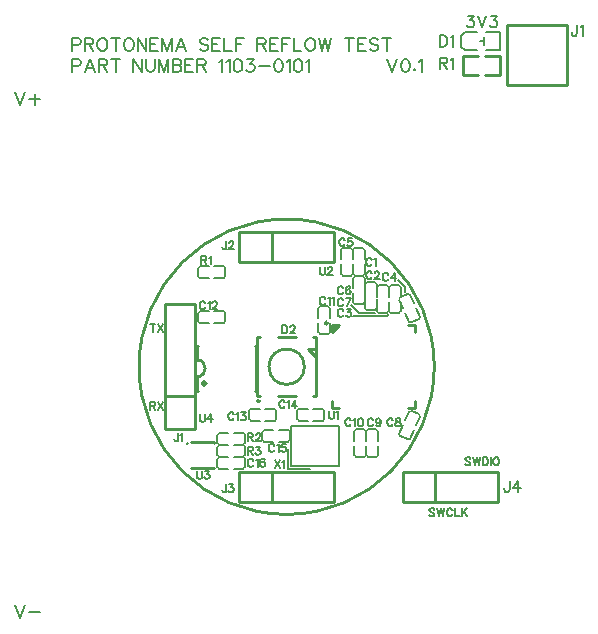
<source format=gto>
G04 Layer: TopSilkscreenLayer*
G04 Panelize: , Column: 2, Row: 2, Board Size: 58.42mm x 58.42mm, Panelized Board Size: 118.84mm x 118.84mm*
G04 EasyEDA v6.5.34, 2023-09-08 22:52:23*
G04 25f9ab1a57db4546acea81688240381b,5a6b42c53f6a479593ecc07194224c93,10*
G04 Gerber Generator version 0.2*
G04 Scale: 100 percent, Rotated: No, Reflected: No *
G04 Dimensions in millimeters *
G04 leading zeros omitted , absolute positions ,4 integer and 5 decimal *
%FSLAX45Y45*%
%MOMM*%

%ADD10C,0.1524*%
%ADD11C,0.1270*%
%ADD12C,0.2540*%
%ADD13C,0.1500*%
%ADD14C,0.3000*%
%ADD15C,0.0124*%

%LPD*%
D10*
X762000Y5423915D02*
G01*
X762000Y5314950D01*
X762000Y5423915D02*
G01*
X808736Y5423915D01*
X824229Y5418836D01*
X829563Y5413502D01*
X834644Y5403087D01*
X834644Y5387594D01*
X829563Y5377179D01*
X824229Y5372100D01*
X808736Y5366765D01*
X762000Y5366765D01*
X910589Y5423915D02*
G01*
X868934Y5314950D01*
X910589Y5423915D02*
G01*
X952245Y5314950D01*
X884681Y5351271D02*
G01*
X936497Y5351271D01*
X986536Y5423915D02*
G01*
X986536Y5314950D01*
X986536Y5423915D02*
G01*
X1033271Y5423915D01*
X1048765Y5418836D01*
X1054100Y5413502D01*
X1059179Y5403087D01*
X1059179Y5392673D01*
X1054100Y5382260D01*
X1048765Y5377179D01*
X1033271Y5372100D01*
X986536Y5372100D01*
X1022857Y5372100D02*
G01*
X1059179Y5314950D01*
X1129792Y5423915D02*
G01*
X1129792Y5314950D01*
X1093470Y5423915D02*
G01*
X1166113Y5423915D01*
X1280413Y5423915D02*
G01*
X1280413Y5314950D01*
X1280413Y5423915D02*
G01*
X1353312Y5314950D01*
X1353312Y5423915D02*
G01*
X1353312Y5314950D01*
X1387602Y5423915D02*
G01*
X1387602Y5345937D01*
X1392681Y5330444D01*
X1403095Y5320029D01*
X1418589Y5314950D01*
X1429004Y5314950D01*
X1444752Y5320029D01*
X1455165Y5330444D01*
X1460245Y5345937D01*
X1460245Y5423915D01*
X1494536Y5423915D02*
G01*
X1494536Y5314950D01*
X1494536Y5423915D02*
G01*
X1536192Y5314950D01*
X1577594Y5423915D02*
G01*
X1536192Y5314950D01*
X1577594Y5423915D02*
G01*
X1577594Y5314950D01*
X1611884Y5423915D02*
G01*
X1611884Y5314950D01*
X1611884Y5423915D02*
G01*
X1658620Y5423915D01*
X1674368Y5418836D01*
X1679447Y5413502D01*
X1684781Y5403087D01*
X1684781Y5392673D01*
X1679447Y5382260D01*
X1674368Y5377179D01*
X1658620Y5372100D01*
X1611884Y5372100D02*
G01*
X1658620Y5372100D01*
X1674368Y5366765D01*
X1679447Y5361686D01*
X1684781Y5351271D01*
X1684781Y5335523D01*
X1679447Y5325110D01*
X1674368Y5320029D01*
X1658620Y5314950D01*
X1611884Y5314950D01*
X1719071Y5423915D02*
G01*
X1719071Y5314950D01*
X1719071Y5423915D02*
G01*
X1786636Y5423915D01*
X1719071Y5372100D02*
G01*
X1760473Y5372100D01*
X1719071Y5314950D02*
G01*
X1786636Y5314950D01*
X1820926Y5423915D02*
G01*
X1820926Y5314950D01*
X1820926Y5423915D02*
G01*
X1867662Y5423915D01*
X1883155Y5418836D01*
X1888489Y5413502D01*
X1893570Y5403087D01*
X1893570Y5392673D01*
X1888489Y5382260D01*
X1883155Y5377179D01*
X1867662Y5372100D01*
X1820926Y5372100D01*
X1857247Y5372100D02*
G01*
X1893570Y5314950D01*
X2007870Y5403087D02*
G01*
X2018284Y5408421D01*
X2033777Y5423915D01*
X2033777Y5314950D01*
X2068068Y5403087D02*
G01*
X2078481Y5408421D01*
X2094229Y5423915D01*
X2094229Y5314950D01*
X2159508Y5423915D02*
G01*
X2144013Y5418836D01*
X2133600Y5403087D01*
X2128520Y5377179D01*
X2128520Y5361686D01*
X2133600Y5335523D01*
X2144013Y5320029D01*
X2159508Y5314950D01*
X2169922Y5314950D01*
X2185670Y5320029D01*
X2195829Y5335523D01*
X2201163Y5361686D01*
X2201163Y5377179D01*
X2195829Y5403087D01*
X2185670Y5418836D01*
X2169922Y5423915D01*
X2159508Y5423915D01*
X2245868Y5423915D02*
G01*
X2303018Y5423915D01*
X2271775Y5382260D01*
X2287270Y5382260D01*
X2297684Y5377179D01*
X2303018Y5372100D01*
X2308097Y5356352D01*
X2308097Y5345937D01*
X2303018Y5330444D01*
X2292604Y5320029D01*
X2277109Y5314950D01*
X2261361Y5314950D01*
X2245868Y5320029D01*
X2240534Y5325110D01*
X2235454Y5335523D01*
X2342388Y5361686D02*
G01*
X2435859Y5361686D01*
X2501391Y5423915D02*
G01*
X2485897Y5418836D01*
X2475484Y5403087D01*
X2470150Y5377179D01*
X2470150Y5361686D01*
X2475484Y5335523D01*
X2485897Y5320029D01*
X2501391Y5314950D01*
X2511806Y5314950D01*
X2527300Y5320029D01*
X2537713Y5335523D01*
X2543047Y5361686D01*
X2543047Y5377179D01*
X2537713Y5403087D01*
X2527300Y5418836D01*
X2511806Y5423915D01*
X2501391Y5423915D01*
X2577338Y5403087D02*
G01*
X2587752Y5408421D01*
X2603245Y5423915D01*
X2603245Y5314950D01*
X2668777Y5423915D02*
G01*
X2653029Y5418836D01*
X2642870Y5403087D01*
X2637536Y5377179D01*
X2637536Y5361686D01*
X2642870Y5335523D01*
X2653029Y5320029D01*
X2668777Y5314950D01*
X2679191Y5314950D01*
X2694686Y5320029D01*
X2705100Y5335523D01*
X2710179Y5361686D01*
X2710179Y5377179D01*
X2705100Y5403087D01*
X2694686Y5418836D01*
X2679191Y5423915D01*
X2668777Y5423915D01*
X2744470Y5403087D02*
G01*
X2754884Y5408421D01*
X2770631Y5423915D01*
X2770631Y5314950D01*
X762000Y5601715D02*
G01*
X762000Y5492750D01*
X762000Y5601715D02*
G01*
X808736Y5601715D01*
X824229Y5596636D01*
X829563Y5591302D01*
X834644Y5580887D01*
X834644Y5565394D01*
X829563Y5554979D01*
X824229Y5549900D01*
X808736Y5544565D01*
X762000Y5544565D01*
X868934Y5601715D02*
G01*
X868934Y5492750D01*
X868934Y5601715D02*
G01*
X915670Y5601715D01*
X931418Y5596636D01*
X936497Y5591302D01*
X941831Y5580887D01*
X941831Y5570473D01*
X936497Y5560060D01*
X931418Y5554979D01*
X915670Y5549900D01*
X868934Y5549900D01*
X905510Y5549900D02*
G01*
X941831Y5492750D01*
X1007110Y5601715D02*
G01*
X996950Y5596636D01*
X986536Y5586221D01*
X981202Y5575807D01*
X976121Y5560060D01*
X976121Y5534152D01*
X981202Y5518657D01*
X986536Y5508244D01*
X996950Y5497829D01*
X1007110Y5492750D01*
X1027937Y5492750D01*
X1038352Y5497829D01*
X1048765Y5508244D01*
X1054100Y5518657D01*
X1059179Y5534152D01*
X1059179Y5560060D01*
X1054100Y5575807D01*
X1048765Y5586221D01*
X1038352Y5596636D01*
X1027937Y5601715D01*
X1007110Y5601715D01*
X1129792Y5601715D02*
G01*
X1129792Y5492750D01*
X1093470Y5601715D02*
G01*
X1166113Y5601715D01*
X1231645Y5601715D02*
G01*
X1221231Y5596636D01*
X1210818Y5586221D01*
X1205737Y5575807D01*
X1200404Y5560060D01*
X1200404Y5534152D01*
X1205737Y5518657D01*
X1210818Y5508244D01*
X1221231Y5497829D01*
X1231645Y5492750D01*
X1252473Y5492750D01*
X1262887Y5497829D01*
X1273302Y5508244D01*
X1278381Y5518657D01*
X1283715Y5534152D01*
X1283715Y5560060D01*
X1278381Y5575807D01*
X1273302Y5586221D01*
X1262887Y5596636D01*
X1252473Y5601715D01*
X1231645Y5601715D01*
X1318005Y5601715D02*
G01*
X1318005Y5492750D01*
X1318005Y5601715D02*
G01*
X1390650Y5492750D01*
X1390650Y5601715D02*
G01*
X1390650Y5492750D01*
X1424939Y5601715D02*
G01*
X1424939Y5492750D01*
X1424939Y5601715D02*
G01*
X1492504Y5601715D01*
X1424939Y5549900D02*
G01*
X1466595Y5549900D01*
X1424939Y5492750D02*
G01*
X1492504Y5492750D01*
X1526794Y5601715D02*
G01*
X1526794Y5492750D01*
X1526794Y5601715D02*
G01*
X1568450Y5492750D01*
X1609852Y5601715D02*
G01*
X1568450Y5492750D01*
X1609852Y5601715D02*
G01*
X1609852Y5492750D01*
X1685797Y5601715D02*
G01*
X1644142Y5492750D01*
X1685797Y5601715D02*
G01*
X1727200Y5492750D01*
X1659889Y5529071D02*
G01*
X1711705Y5529071D01*
X1914397Y5586221D02*
G01*
X1903984Y5596636D01*
X1888489Y5601715D01*
X1867662Y5601715D01*
X1851913Y5596636D01*
X1841500Y5586221D01*
X1841500Y5575807D01*
X1846834Y5565394D01*
X1851913Y5560060D01*
X1862328Y5554979D01*
X1893570Y5544565D01*
X1903984Y5539486D01*
X1909063Y5534152D01*
X1914397Y5523737D01*
X1914397Y5508244D01*
X1903984Y5497829D01*
X1888489Y5492750D01*
X1867662Y5492750D01*
X1851913Y5497829D01*
X1841500Y5508244D01*
X1948688Y5601715D02*
G01*
X1948688Y5492750D01*
X1948688Y5601715D02*
G01*
X2016252Y5601715D01*
X1948688Y5549900D02*
G01*
X1990090Y5549900D01*
X1948688Y5492750D02*
G01*
X2016252Y5492750D01*
X2050541Y5601715D02*
G01*
X2050541Y5492750D01*
X2050541Y5492750D02*
G01*
X2112772Y5492750D01*
X2147061Y5601715D02*
G01*
X2147061Y5492750D01*
X2147061Y5601715D02*
G01*
X2214625Y5601715D01*
X2147061Y5549900D02*
G01*
X2188718Y5549900D01*
X2328925Y5601715D02*
G01*
X2328925Y5492750D01*
X2328925Y5601715D02*
G01*
X2375661Y5601715D01*
X2391409Y5596636D01*
X2396490Y5591302D01*
X2401570Y5580887D01*
X2401570Y5570473D01*
X2396490Y5560060D01*
X2391409Y5554979D01*
X2375661Y5549900D01*
X2328925Y5549900D01*
X2365247Y5549900D02*
G01*
X2401570Y5492750D01*
X2435859Y5601715D02*
G01*
X2435859Y5492750D01*
X2435859Y5601715D02*
G01*
X2503424Y5601715D01*
X2435859Y5549900D02*
G01*
X2477515Y5549900D01*
X2435859Y5492750D02*
G01*
X2503424Y5492750D01*
X2537713Y5601715D02*
G01*
X2537713Y5492750D01*
X2537713Y5601715D02*
G01*
X2605277Y5601715D01*
X2537713Y5549900D02*
G01*
X2579370Y5549900D01*
X2639568Y5601715D02*
G01*
X2639568Y5492750D01*
X2639568Y5492750D02*
G01*
X2702052Y5492750D01*
X2767329Y5601715D02*
G01*
X2757170Y5596636D01*
X2746756Y5586221D01*
X2741422Y5575807D01*
X2736341Y5560060D01*
X2736341Y5534152D01*
X2741422Y5518657D01*
X2746756Y5508244D01*
X2757170Y5497829D01*
X2767329Y5492750D01*
X2788158Y5492750D01*
X2798572Y5497829D01*
X2808986Y5508244D01*
X2814320Y5518657D01*
X2819400Y5534152D01*
X2819400Y5560060D01*
X2814320Y5575807D01*
X2808986Y5586221D01*
X2798572Y5596636D01*
X2788158Y5601715D01*
X2767329Y5601715D01*
X2853690Y5601715D02*
G01*
X2879597Y5492750D01*
X2905759Y5601715D02*
G01*
X2879597Y5492750D01*
X2905759Y5601715D02*
G01*
X2931668Y5492750D01*
X2957575Y5601715D02*
G01*
X2931668Y5492750D01*
X3108197Y5601715D02*
G01*
X3108197Y5492750D01*
X3071875Y5601715D02*
G01*
X3144520Y5601715D01*
X3178809Y5601715D02*
G01*
X3178809Y5492750D01*
X3178809Y5601715D02*
G01*
X3246374Y5601715D01*
X3178809Y5549900D02*
G01*
X3220465Y5549900D01*
X3178809Y5492750D02*
G01*
X3246374Y5492750D01*
X3353561Y5586221D02*
G01*
X3343147Y5596636D01*
X3327400Y5601715D01*
X3306825Y5601715D01*
X3291077Y5596636D01*
X3280663Y5586221D01*
X3280663Y5575807D01*
X3285997Y5565394D01*
X3291077Y5560060D01*
X3301491Y5554979D01*
X3332734Y5544565D01*
X3343147Y5539486D01*
X3348227Y5534152D01*
X3353561Y5523737D01*
X3353561Y5508244D01*
X3343147Y5497829D01*
X3327400Y5492750D01*
X3306825Y5492750D01*
X3291077Y5497829D01*
X3280663Y5508244D01*
X3424174Y5601715D02*
G01*
X3424174Y5492750D01*
X3387852Y5601715D02*
G01*
X3460495Y5601715D01*
X3428992Y5423905D02*
G01*
X3470648Y5314939D01*
X3512050Y5423905D02*
G01*
X3470648Y5314939D01*
X3577582Y5423905D02*
G01*
X3562088Y5418825D01*
X3551674Y5403077D01*
X3546340Y5377169D01*
X3546340Y5361675D01*
X3551674Y5335513D01*
X3562088Y5320019D01*
X3577582Y5314939D01*
X3587996Y5314939D01*
X3603490Y5320019D01*
X3613904Y5335513D01*
X3619238Y5361675D01*
X3619238Y5377169D01*
X3613904Y5403077D01*
X3603490Y5418825D01*
X3587996Y5423905D01*
X3577582Y5423905D01*
X3658608Y5340847D02*
G01*
X3653528Y5335513D01*
X3658608Y5330433D01*
X3663942Y5335513D01*
X3658608Y5340847D01*
X3698232Y5403077D02*
G01*
X3708392Y5408411D01*
X3724140Y5423905D01*
X3724140Y5314939D01*
X5036565Y5714237D02*
G01*
X5036565Y5641594D01*
X5031993Y5627878D01*
X5027424Y5623305D01*
X5018277Y5618734D01*
X5009390Y5618734D01*
X5000243Y5623305D01*
X4995674Y5627878D01*
X4991105Y5641594D01*
X4991105Y5650737D01*
X5066540Y5696204D02*
G01*
X5075681Y5700776D01*
X5089397Y5714237D01*
X5089397Y5618734D01*
X4111243Y5790437D02*
G01*
X4161281Y5790437D01*
X4133850Y5754115D01*
X4147565Y5754115D01*
X4156709Y5749544D01*
X4161281Y5744971D01*
X4165854Y5731510D01*
X4165854Y5722365D01*
X4161281Y5708650D01*
X4152138Y5699505D01*
X4138422Y5694934D01*
X4124706Y5694934D01*
X4111243Y5699505D01*
X4106672Y5704078D01*
X4102100Y5713221D01*
X4195825Y5790437D02*
G01*
X4232147Y5694934D01*
X4268470Y5790437D02*
G01*
X4232147Y5694934D01*
X4307586Y5790437D02*
G01*
X4357624Y5790437D01*
X4330191Y5754115D01*
X4343908Y5754115D01*
X4353052Y5749544D01*
X4357624Y5744971D01*
X4362195Y5731510D01*
X4362195Y5722365D01*
X4357624Y5708650D01*
X4348479Y5699505D01*
X4334763Y5694934D01*
X4321302Y5694934D01*
X4307586Y5699505D01*
X4303013Y5704078D01*
X4298441Y5713221D01*
X279400Y5144515D02*
G01*
X321055Y5035550D01*
X362457Y5144515D02*
G01*
X321055Y5035550D01*
X443484Y5129021D02*
G01*
X443484Y5035550D01*
X396747Y5082286D02*
G01*
X490220Y5082286D01*
X279400Y801115D02*
G01*
X321055Y692150D01*
X362457Y801115D02*
G01*
X321055Y692150D01*
X396747Y738886D02*
G01*
X490220Y738886D01*
X2247887Y2140709D02*
G01*
X2247887Y2073907D01*
X2247887Y2140709D02*
G01*
X2276589Y2140709D01*
X2285987Y2137661D01*
X2289289Y2134359D01*
X2292337Y2128009D01*
X2292337Y2121659D01*
X2289289Y2115309D01*
X2285987Y2112007D01*
X2276589Y2108959D01*
X2247887Y2108959D01*
X2270239Y2108959D02*
G01*
X2292337Y2073907D01*
X2319769Y2140709D02*
G01*
X2354821Y2140709D01*
X2335771Y2115309D01*
X2345169Y2115309D01*
X2351519Y2112007D01*
X2354821Y2108959D01*
X2357869Y2099307D01*
X2357869Y2092957D01*
X2354821Y2083559D01*
X2348471Y2077209D01*
X2338819Y2073907D01*
X2329421Y2073907D01*
X2319769Y2077209D01*
X2316721Y2080257D01*
X2313419Y2086607D01*
X2247887Y2255009D02*
G01*
X2247887Y2188207D01*
X2247887Y2255009D02*
G01*
X2276589Y2255009D01*
X2285987Y2251961D01*
X2289289Y2248659D01*
X2292337Y2242309D01*
X2292337Y2235959D01*
X2289289Y2229609D01*
X2285987Y2226307D01*
X2276589Y2223259D01*
X2247887Y2223259D01*
X2270239Y2223259D02*
G01*
X2292337Y2188207D01*
X2316721Y2239007D02*
G01*
X2316721Y2242309D01*
X2319769Y2248659D01*
X2323071Y2251961D01*
X2329421Y2255009D01*
X2342121Y2255009D01*
X2348471Y2251961D01*
X2351519Y2248659D01*
X2354821Y2242309D01*
X2354821Y2235959D01*
X2351519Y2229609D01*
X2345169Y2219957D01*
X2313419Y2188207D01*
X2357869Y2188207D01*
X2905239Y3394707D02*
G01*
X2901937Y3401311D01*
X2895587Y3407661D01*
X2889237Y3410709D01*
X2876537Y3410709D01*
X2870187Y3407661D01*
X2863837Y3401311D01*
X2860789Y3394707D01*
X2857487Y3385309D01*
X2857487Y3369307D01*
X2860789Y3359909D01*
X2863837Y3353559D01*
X2870187Y3347209D01*
X2876537Y3343907D01*
X2889237Y3343907D01*
X2895587Y3347209D01*
X2901937Y3353559D01*
X2905239Y3359909D01*
X2926321Y3398009D02*
G01*
X2932671Y3401311D01*
X2942069Y3410709D01*
X2942069Y3343907D01*
X2963151Y3398009D02*
G01*
X2969501Y3401311D01*
X2979153Y3410709D01*
X2979153Y3343907D01*
X2295639Y2023107D02*
G01*
X2292337Y2029711D01*
X2285987Y2036061D01*
X2279637Y2039109D01*
X2266937Y2039109D01*
X2260587Y2036061D01*
X2254237Y2029711D01*
X2251189Y2023107D01*
X2247887Y2013709D01*
X2247887Y1997707D01*
X2251189Y1988309D01*
X2254237Y1981959D01*
X2260587Y1975609D01*
X2266937Y1972307D01*
X2279637Y1972307D01*
X2285987Y1975609D01*
X2292337Y1981959D01*
X2295639Y1988309D01*
X2316721Y2026409D02*
G01*
X2323071Y2029711D01*
X2332469Y2039109D01*
X2332469Y1972307D01*
X2391651Y2029711D02*
G01*
X2388603Y2036061D01*
X2378951Y2039109D01*
X2372601Y2039109D01*
X2362949Y2036061D01*
X2356599Y2026409D01*
X2353551Y2010407D01*
X2353551Y1994659D01*
X2356599Y1981959D01*
X2362949Y1975609D01*
X2372601Y1972307D01*
X2375903Y1972307D01*
X2385301Y1975609D01*
X2391651Y1981959D01*
X2394953Y1991357D01*
X2394953Y1994659D01*
X2391651Y2004057D01*
X2385301Y2010407D01*
X2375903Y2013709D01*
X2372601Y2013709D01*
X2362949Y2010407D01*
X2356599Y2004057D01*
X2353551Y1994659D01*
X2130539Y2416807D02*
G01*
X2127237Y2423411D01*
X2120887Y2429761D01*
X2114537Y2432809D01*
X2101837Y2432809D01*
X2095487Y2429761D01*
X2089137Y2423411D01*
X2086089Y2416807D01*
X2082787Y2407409D01*
X2082787Y2391407D01*
X2086089Y2382009D01*
X2089137Y2375659D01*
X2095487Y2369309D01*
X2101837Y2366007D01*
X2114537Y2366007D01*
X2120887Y2369309D01*
X2127237Y2375659D01*
X2130539Y2382009D01*
X2151621Y2420109D02*
G01*
X2157971Y2423411D01*
X2167369Y2432809D01*
X2167369Y2366007D01*
X2194801Y2432809D02*
G01*
X2229853Y2432809D01*
X2210803Y2407409D01*
X2220201Y2407409D01*
X2226551Y2404107D01*
X2229853Y2401059D01*
X2232901Y2391407D01*
X2232901Y2385057D01*
X2229853Y2375659D01*
X2223503Y2369309D01*
X2213851Y2366007D01*
X2204453Y2366007D01*
X2194801Y2369309D01*
X2191499Y2372357D01*
X2188451Y2378707D01*
X2562339Y2518407D02*
G01*
X2559037Y2525011D01*
X2552687Y2531361D01*
X2546337Y2534409D01*
X2533637Y2534409D01*
X2527287Y2531361D01*
X2520937Y2525011D01*
X2517889Y2518407D01*
X2514587Y2509009D01*
X2514587Y2493007D01*
X2517889Y2483609D01*
X2520937Y2477259D01*
X2527287Y2470909D01*
X2533637Y2467607D01*
X2546337Y2467607D01*
X2552687Y2470909D01*
X2559037Y2477259D01*
X2562339Y2483609D01*
X2583421Y2521709D02*
G01*
X2589771Y2525011D01*
X2599169Y2534409D01*
X2599169Y2467607D01*
X2652001Y2534409D02*
G01*
X2620251Y2489959D01*
X2668003Y2489959D01*
X2652001Y2534409D02*
G01*
X2652001Y2467607D01*
X2473439Y2150107D02*
G01*
X2470137Y2156711D01*
X2463787Y2163061D01*
X2457437Y2166109D01*
X2444737Y2166109D01*
X2438387Y2163061D01*
X2432037Y2156711D01*
X2428989Y2150107D01*
X2425687Y2140709D01*
X2425687Y2124707D01*
X2428989Y2115309D01*
X2432037Y2108959D01*
X2438387Y2102609D01*
X2444737Y2099307D01*
X2457437Y2099307D01*
X2463787Y2102609D01*
X2470137Y2108959D01*
X2473439Y2115309D01*
X2494521Y2153409D02*
G01*
X2500871Y2156711D01*
X2510269Y2166109D01*
X2510269Y2099307D01*
X2569451Y2166109D02*
G01*
X2537701Y2166109D01*
X2534399Y2137407D01*
X2537701Y2140709D01*
X2547353Y2143757D01*
X2556751Y2143757D01*
X2566403Y2140709D01*
X2572753Y2134359D01*
X2575801Y2124707D01*
X2575801Y2118357D01*
X2572753Y2108959D01*
X2566403Y2102609D01*
X2556751Y2099307D01*
X2547353Y2099307D01*
X2537701Y2102609D01*
X2534399Y2105657D01*
X2531351Y2112007D01*
X3476739Y2366007D02*
G01*
X3473437Y2372611D01*
X3467087Y2378961D01*
X3460737Y2382009D01*
X3448037Y2382009D01*
X3441687Y2378961D01*
X3435337Y2372611D01*
X3432289Y2366007D01*
X3428987Y2356609D01*
X3428987Y2340607D01*
X3432289Y2331209D01*
X3435337Y2324859D01*
X3441687Y2318509D01*
X3448037Y2315207D01*
X3460737Y2315207D01*
X3467087Y2318509D01*
X3473437Y2324859D01*
X3476739Y2331209D01*
X3513569Y2382009D02*
G01*
X3504171Y2378961D01*
X3500869Y2372611D01*
X3500869Y2366007D01*
X3504171Y2359657D01*
X3510521Y2356609D01*
X3523221Y2353307D01*
X3532619Y2350259D01*
X3538969Y2343909D01*
X3542271Y2337559D01*
X3542271Y2327907D01*
X3538969Y2321557D01*
X3535921Y2318509D01*
X3526269Y2315207D01*
X3513569Y2315207D01*
X3504171Y2318509D01*
X3500869Y2321557D01*
X3497821Y2327907D01*
X3497821Y2337559D01*
X3500869Y2343909D01*
X3507219Y2350259D01*
X3516871Y2353307D01*
X3529571Y2356609D01*
X3535921Y2359657D01*
X3538969Y2366007D01*
X3538969Y2372611D01*
X3535921Y2378961D01*
X3526269Y2382009D01*
X3513569Y2382009D01*
X1889239Y3356607D02*
G01*
X1885937Y3363211D01*
X1879587Y3369561D01*
X1873237Y3372609D01*
X1860537Y3372609D01*
X1854187Y3369561D01*
X1847837Y3363211D01*
X1844789Y3356607D01*
X1841487Y3347209D01*
X1841487Y3331207D01*
X1844789Y3321809D01*
X1847837Y3315459D01*
X1854187Y3309109D01*
X1860537Y3305807D01*
X1873237Y3305807D01*
X1879587Y3309109D01*
X1885937Y3315459D01*
X1889239Y3321809D01*
X1910321Y3359909D02*
G01*
X1916671Y3363211D01*
X1926069Y3372609D01*
X1926069Y3305807D01*
X1950199Y3356607D02*
G01*
X1950199Y3359909D01*
X1953501Y3366259D01*
X1956549Y3369561D01*
X1963153Y3372609D01*
X1975853Y3372609D01*
X1982203Y3369561D01*
X1985251Y3366259D01*
X1988553Y3359909D01*
X1988553Y3353559D01*
X1985251Y3347209D01*
X1978901Y3337557D01*
X1947151Y3305807D01*
X1991601Y3305807D01*
X3121139Y2366007D02*
G01*
X3117837Y2372611D01*
X3111487Y2378961D01*
X3105137Y2382009D01*
X3092437Y2382009D01*
X3086087Y2378961D01*
X3079737Y2372611D01*
X3076689Y2366007D01*
X3073387Y2356609D01*
X3073387Y2340607D01*
X3076689Y2331209D01*
X3079737Y2324859D01*
X3086087Y2318509D01*
X3092437Y2315207D01*
X3105137Y2315207D01*
X3111487Y2318509D01*
X3117837Y2324859D01*
X3121139Y2331209D01*
X3142221Y2369309D02*
G01*
X3148571Y2372611D01*
X3157969Y2382009D01*
X3157969Y2315207D01*
X3198101Y2382009D02*
G01*
X3188449Y2378961D01*
X3182099Y2369309D01*
X3179051Y2353307D01*
X3179051Y2343909D01*
X3182099Y2327907D01*
X3188449Y2318509D01*
X3198101Y2315207D01*
X3204451Y2315207D01*
X3214103Y2318509D01*
X3220453Y2327907D01*
X3223501Y2343909D01*
X3223501Y2353307D01*
X3220453Y2369309D01*
X3214103Y2378961D01*
X3204451Y2382009D01*
X3198101Y2382009D01*
X3311639Y2366007D02*
G01*
X3308337Y2372611D01*
X3301987Y2378961D01*
X3295637Y2382009D01*
X3282937Y2382009D01*
X3276587Y2378961D01*
X3270237Y2372611D01*
X3267189Y2366007D01*
X3263887Y2356609D01*
X3263887Y2340607D01*
X3267189Y2331209D01*
X3270237Y2324859D01*
X3276587Y2318509D01*
X3282937Y2315207D01*
X3295637Y2315207D01*
X3301987Y2318509D01*
X3308337Y2324859D01*
X3311639Y2331209D01*
X3373869Y2359657D02*
G01*
X3370821Y2350259D01*
X3364471Y2343909D01*
X3354819Y2340607D01*
X3351771Y2340607D01*
X3342119Y2343909D01*
X3335769Y2350259D01*
X3332721Y2359657D01*
X3332721Y2362959D01*
X3335769Y2372611D01*
X3342119Y2378961D01*
X3351771Y2382009D01*
X3354819Y2382009D01*
X3364471Y2378961D01*
X3370821Y2372611D01*
X3373869Y2359657D01*
X3373869Y2343909D01*
X3370821Y2327907D01*
X3364471Y2318509D01*
X3354819Y2315207D01*
X3348469Y2315207D01*
X3339071Y2318509D01*
X3335769Y2324859D01*
X3057639Y3293107D02*
G01*
X3054337Y3299711D01*
X3047987Y3306061D01*
X3041637Y3309109D01*
X3028937Y3309109D01*
X3022587Y3306061D01*
X3016237Y3299711D01*
X3013189Y3293107D01*
X3009887Y3283709D01*
X3009887Y3267707D01*
X3013189Y3258309D01*
X3016237Y3251959D01*
X3022587Y3245609D01*
X3028937Y3242307D01*
X3041637Y3242307D01*
X3047987Y3245609D01*
X3054337Y3251959D01*
X3057639Y3258309D01*
X3085071Y3309109D02*
G01*
X3119869Y3309109D01*
X3100819Y3283709D01*
X3110471Y3283709D01*
X3116821Y3280407D01*
X3119869Y3277359D01*
X3123171Y3267707D01*
X3123171Y3261357D01*
X3119869Y3251959D01*
X3113519Y3245609D01*
X3104121Y3242307D01*
X3094469Y3242307D01*
X3085071Y3245609D01*
X3081769Y3248657D01*
X3078721Y3255007D01*
X3057639Y3382007D02*
G01*
X3054337Y3388611D01*
X3047987Y3394961D01*
X3041637Y3398009D01*
X3028937Y3398009D01*
X3022587Y3394961D01*
X3016237Y3388611D01*
X3013189Y3382007D01*
X3009887Y3372609D01*
X3009887Y3356607D01*
X3013189Y3347209D01*
X3016237Y3340859D01*
X3022587Y3334509D01*
X3028937Y3331207D01*
X3041637Y3331207D01*
X3047987Y3334509D01*
X3054337Y3340859D01*
X3057639Y3347209D01*
X3123171Y3398009D02*
G01*
X3091421Y3331207D01*
X3078721Y3398009D02*
G01*
X3123171Y3398009D01*
X3057639Y3483607D02*
G01*
X3054337Y3490211D01*
X3047987Y3496561D01*
X3041637Y3499609D01*
X3028937Y3499609D01*
X3022587Y3496561D01*
X3016237Y3490211D01*
X3013189Y3483607D01*
X3009887Y3474209D01*
X3009887Y3458207D01*
X3013189Y3448809D01*
X3016237Y3442459D01*
X3022587Y3436109D01*
X3028937Y3432807D01*
X3041637Y3432807D01*
X3047987Y3436109D01*
X3054337Y3442459D01*
X3057639Y3448809D01*
X3116821Y3490211D02*
G01*
X3113519Y3496561D01*
X3104121Y3499609D01*
X3097771Y3499609D01*
X3088119Y3496561D01*
X3081769Y3486909D01*
X3078721Y3470907D01*
X3078721Y3455159D01*
X3081769Y3442459D01*
X3088119Y3436109D01*
X3097771Y3432807D01*
X3100819Y3432807D01*
X3110471Y3436109D01*
X3116821Y3442459D01*
X3119869Y3451857D01*
X3119869Y3455159D01*
X3116821Y3464557D01*
X3110471Y3470907D01*
X3100819Y3474209D01*
X3097771Y3474209D01*
X3088119Y3470907D01*
X3081769Y3464557D01*
X3078721Y3455159D01*
X3070339Y3890007D02*
G01*
X3067037Y3896611D01*
X3060687Y3902961D01*
X3054337Y3906009D01*
X3041637Y3906009D01*
X3035287Y3902961D01*
X3028937Y3896611D01*
X3025889Y3890007D01*
X3022587Y3880609D01*
X3022587Y3864607D01*
X3025889Y3855209D01*
X3028937Y3848859D01*
X3035287Y3842509D01*
X3041637Y3839207D01*
X3054337Y3839207D01*
X3060687Y3842509D01*
X3067037Y3848859D01*
X3070339Y3855209D01*
X3129521Y3906009D02*
G01*
X3097771Y3906009D01*
X3094469Y3877307D01*
X3097771Y3880609D01*
X3107169Y3883657D01*
X3116821Y3883657D01*
X3126219Y3880609D01*
X3132569Y3874259D01*
X3135871Y3864607D01*
X3135871Y3858257D01*
X3132569Y3848859D01*
X3126219Y3842509D01*
X3116821Y3839207D01*
X3107169Y3839207D01*
X3097771Y3842509D01*
X3094469Y3845557D01*
X3091421Y3851907D01*
X1422387Y2521709D02*
G01*
X1422387Y2454907D01*
X1422387Y2521709D02*
G01*
X1451089Y2521709D01*
X1460487Y2518661D01*
X1463789Y2515359D01*
X1466837Y2509009D01*
X1466837Y2502659D01*
X1463789Y2496309D01*
X1460487Y2493007D01*
X1451089Y2489959D01*
X1422387Y2489959D01*
X1444739Y2489959D02*
G01*
X1466837Y2454907D01*
X1487919Y2521709D02*
G01*
X1532369Y2454907D01*
X1532369Y2521709D02*
G01*
X1487919Y2454907D01*
X1444739Y3182109D02*
G01*
X1444739Y3115307D01*
X1422387Y3182109D02*
G01*
X1466837Y3182109D01*
X1487919Y3182109D02*
G01*
X1532369Y3115307D01*
X1532369Y3182109D02*
G01*
X1487919Y3115307D01*
X3298939Y3610607D02*
G01*
X3295637Y3617211D01*
X3289287Y3623561D01*
X3282937Y3626609D01*
X3270237Y3626609D01*
X3263887Y3623561D01*
X3257537Y3617211D01*
X3254489Y3610607D01*
X3251187Y3601209D01*
X3251187Y3585207D01*
X3254489Y3575809D01*
X3257537Y3569459D01*
X3263887Y3563109D01*
X3270237Y3559807D01*
X3282937Y3559807D01*
X3289287Y3563109D01*
X3295637Y3569459D01*
X3298939Y3575809D01*
X3323069Y3610607D02*
G01*
X3323069Y3613909D01*
X3326371Y3620259D01*
X3329419Y3623561D01*
X3335769Y3626609D01*
X3348469Y3626609D01*
X3354819Y3623561D01*
X3358121Y3620259D01*
X3361169Y3613909D01*
X3361169Y3607559D01*
X3358121Y3601209D01*
X3351771Y3591557D01*
X3320021Y3559807D01*
X3364471Y3559807D01*
X3438639Y3597907D02*
G01*
X3435337Y3604511D01*
X3428987Y3610861D01*
X3422637Y3613909D01*
X3409937Y3613909D01*
X3403587Y3610861D01*
X3397237Y3604511D01*
X3394189Y3597907D01*
X3390887Y3588509D01*
X3390887Y3572507D01*
X3394189Y3563109D01*
X3397237Y3556759D01*
X3403587Y3550409D01*
X3409937Y3547107D01*
X3422637Y3547107D01*
X3428987Y3550409D01*
X3435337Y3556759D01*
X3438639Y3563109D01*
X3491471Y3613909D02*
G01*
X3459721Y3569459D01*
X3507219Y3569459D01*
X3491471Y3613909D02*
G01*
X3491471Y3547107D01*
X3298939Y3724907D02*
G01*
X3295637Y3731511D01*
X3289287Y3737861D01*
X3282937Y3740909D01*
X3270237Y3740909D01*
X3263887Y3737861D01*
X3257537Y3731511D01*
X3254489Y3724907D01*
X3251187Y3715509D01*
X3251187Y3699507D01*
X3254489Y3690109D01*
X3257537Y3683759D01*
X3263887Y3677409D01*
X3270237Y3674107D01*
X3282937Y3674107D01*
X3289287Y3677409D01*
X3295637Y3683759D01*
X3298939Y3690109D01*
X3320021Y3728209D02*
G01*
X3326371Y3731511D01*
X3335769Y3740909D01*
X3335769Y3674107D01*
X1854187Y3753609D02*
G01*
X1854187Y3686807D01*
X1854187Y3753609D02*
G01*
X1882889Y3753609D01*
X1892287Y3750561D01*
X1895589Y3747259D01*
X1898637Y3740909D01*
X1898637Y3734559D01*
X1895589Y3728209D01*
X1892287Y3724907D01*
X1882889Y3721859D01*
X1854187Y3721859D01*
X1876539Y3721859D02*
G01*
X1898637Y3686807D01*
X1919719Y3740909D02*
G01*
X1926069Y3744211D01*
X1935721Y3753609D01*
X1935721Y3686807D01*
X3829050Y1610613D02*
G01*
X3822700Y1616963D01*
X3813302Y1620012D01*
X3800602Y1620012D01*
X3790950Y1616963D01*
X3784600Y1610613D01*
X3784600Y1604010D01*
X3787647Y1597660D01*
X3790950Y1594612D01*
X3797300Y1591310D01*
X3816350Y1584960D01*
X3822700Y1581912D01*
X3826002Y1578610D01*
X3829050Y1572260D01*
X3829050Y1562862D01*
X3822700Y1556512D01*
X3813302Y1553210D01*
X3800602Y1553210D01*
X3790950Y1556512D01*
X3784600Y1562862D01*
X3850131Y1620012D02*
G01*
X3866134Y1553210D01*
X3881881Y1620012D02*
G01*
X3866134Y1553210D01*
X3881881Y1620012D02*
G01*
X3897884Y1553210D01*
X3913886Y1620012D02*
G01*
X3897884Y1553210D01*
X3982465Y1604010D02*
G01*
X3979418Y1610613D01*
X3973068Y1616963D01*
X3966718Y1620012D01*
X3953763Y1620012D01*
X3947413Y1616963D01*
X3941063Y1610613D01*
X3938015Y1604010D01*
X3934713Y1594612D01*
X3934713Y1578610D01*
X3938015Y1569212D01*
X3941063Y1562862D01*
X3947413Y1556512D01*
X3953763Y1553210D01*
X3966718Y1553210D01*
X3973068Y1556512D01*
X3979418Y1562862D01*
X3982465Y1569212D01*
X4003547Y1620012D02*
G01*
X4003547Y1553210D01*
X4003547Y1553210D02*
G01*
X4041647Y1553210D01*
X4062729Y1620012D02*
G01*
X4062729Y1553210D01*
X4107179Y1620012D02*
G01*
X4062729Y1575562D01*
X4078477Y1591310D02*
G01*
X4107179Y1553210D01*
X4133850Y2042160D02*
G01*
X4127500Y2048763D01*
X4118102Y2051812D01*
X4105402Y2051812D01*
X4095750Y2048763D01*
X4089400Y2042160D01*
X4089400Y2035810D01*
X4092447Y2029460D01*
X4095750Y2026412D01*
X4102100Y2023110D01*
X4121150Y2016760D01*
X4127500Y2013712D01*
X4130802Y2010410D01*
X4133850Y2004060D01*
X4133850Y1994662D01*
X4127500Y1988312D01*
X4118102Y1985010D01*
X4105402Y1985010D01*
X4095750Y1988312D01*
X4089400Y1994662D01*
X4154931Y2051812D02*
G01*
X4170934Y1985010D01*
X4186681Y2051812D02*
G01*
X4170934Y1985010D01*
X4186681Y2051812D02*
G01*
X4202684Y1985010D01*
X4218686Y2051812D02*
G01*
X4202684Y1985010D01*
X4239513Y2051812D02*
G01*
X4239513Y1985010D01*
X4239513Y2051812D02*
G01*
X4261865Y2051812D01*
X4271518Y2048763D01*
X4277868Y2042160D01*
X4280915Y2035810D01*
X4284218Y2026412D01*
X4284218Y2010410D01*
X4280915Y2001012D01*
X4277868Y1994662D01*
X4271518Y1988312D01*
X4261865Y1985010D01*
X4239513Y1985010D01*
X4305045Y2051812D02*
G01*
X4305045Y1985010D01*
X4345177Y2051812D02*
G01*
X4338827Y2048763D01*
X4332477Y2042160D01*
X4329175Y2035810D01*
X4326127Y2026412D01*
X4326127Y2010410D01*
X4329175Y2001012D01*
X4332477Y1994662D01*
X4338827Y1988312D01*
X4345177Y1985010D01*
X4357877Y1985010D01*
X4364227Y1988312D01*
X4370577Y1994662D01*
X4373879Y2001012D01*
X4376927Y2010410D01*
X4376927Y2026412D01*
X4373879Y2035810D01*
X4370577Y2042160D01*
X4364227Y2048763D01*
X4357877Y2051812D01*
X4345177Y2051812D01*
X4465065Y1853437D02*
G01*
X4465065Y1780794D01*
X4460493Y1767078D01*
X4455922Y1762505D01*
X4446777Y1757934D01*
X4437888Y1757934D01*
X4428743Y1762505D01*
X4424172Y1767078D01*
X4419600Y1780794D01*
X4419600Y1789937D01*
X4540504Y1853437D02*
G01*
X4495038Y1789937D01*
X4563109Y1789937D01*
X4540504Y1853437D02*
G01*
X4540504Y1757934D01*
X2476487Y2026409D02*
G01*
X2520937Y1959607D01*
X2520937Y2026409D02*
G01*
X2476487Y1959607D01*
X2542019Y2013709D02*
G01*
X2548369Y2017011D01*
X2558021Y2026409D01*
X2558021Y1959607D01*
X1816087Y1937509D02*
G01*
X1816087Y1889757D01*
X1819389Y1880359D01*
X1825739Y1874009D01*
X1835137Y1870707D01*
X1841487Y1870707D01*
X1851139Y1874009D01*
X1857489Y1880359D01*
X1860537Y1889757D01*
X1860537Y1937509D01*
X1887969Y1937509D02*
G01*
X1923021Y1937509D01*
X1903971Y1912109D01*
X1913369Y1912109D01*
X1919719Y1908807D01*
X1923021Y1905759D01*
X1926069Y1896107D01*
X1926069Y1889757D01*
X1923021Y1880359D01*
X1916671Y1874009D01*
X1907019Y1870707D01*
X1897621Y1870707D01*
X1887969Y1874009D01*
X1884921Y1877057D01*
X1881619Y1883407D01*
X2933687Y2445509D02*
G01*
X2933687Y2397757D01*
X2936989Y2388359D01*
X2943339Y2382009D01*
X2952737Y2378707D01*
X2959087Y2378707D01*
X2968739Y2382009D01*
X2975089Y2388359D01*
X2978137Y2397757D01*
X2978137Y2445509D01*
X2999219Y2432809D02*
G01*
X3005569Y2436111D01*
X3015221Y2445509D01*
X3015221Y2378707D01*
X1657360Y2255009D02*
G01*
X1657360Y2204209D01*
X1654312Y2194557D01*
X1651010Y2191509D01*
X1644660Y2188207D01*
X1638310Y2188207D01*
X1631960Y2191509D01*
X1628658Y2194557D01*
X1625610Y2204209D01*
X1625610Y2210559D01*
X1678442Y2242309D02*
G01*
X1684792Y2245611D01*
X1694444Y2255009D01*
X1694444Y2188207D01*
X2063757Y3880606D02*
G01*
X2063757Y3829806D01*
X2060709Y3820154D01*
X2057407Y3817106D01*
X2051057Y3813804D01*
X2044707Y3813804D01*
X2038357Y3817106D01*
X2035055Y3820154D01*
X2032007Y3829806D01*
X2032007Y3836156D01*
X2087887Y3864604D02*
G01*
X2087887Y3867906D01*
X2091189Y3874256D01*
X2094237Y3877558D01*
X2100841Y3880606D01*
X2113541Y3880606D01*
X2119891Y3877558D01*
X2122939Y3874256D01*
X2126241Y3867906D01*
X2126241Y3861556D01*
X2122939Y3855206D01*
X2116589Y3845554D01*
X2084839Y3813804D01*
X2129289Y3813804D01*
X2063757Y1823212D02*
G01*
X2063757Y1772412D01*
X2060709Y1762760D01*
X2057407Y1759712D01*
X2051057Y1756410D01*
X2044707Y1756410D01*
X2038357Y1759712D01*
X2035055Y1762760D01*
X2032007Y1772412D01*
X2032007Y1778762D01*
X2091189Y1823212D02*
G01*
X2126241Y1823212D01*
X2107191Y1797812D01*
X2116589Y1797812D01*
X2122939Y1794510D01*
X2126241Y1791462D01*
X2129289Y1781810D01*
X2129289Y1775460D01*
X2126241Y1766062D01*
X2119891Y1759712D01*
X2110239Y1756410D01*
X2100841Y1756410D01*
X2091189Y1759712D01*
X2087887Y1762760D01*
X2084839Y1769110D01*
X2539987Y3169409D02*
G01*
X2539987Y3102607D01*
X2539987Y3169409D02*
G01*
X2562339Y3169409D01*
X2571737Y3166361D01*
X2578087Y3160011D01*
X2581389Y3153407D01*
X2584437Y3144009D01*
X2584437Y3128007D01*
X2581389Y3118609D01*
X2578087Y3112259D01*
X2571737Y3105909D01*
X2562339Y3102607D01*
X2539987Y3102607D01*
X2608821Y3153407D02*
G01*
X2608821Y3156709D01*
X2611869Y3163059D01*
X2615171Y3166361D01*
X2621521Y3169409D01*
X2634221Y3169409D01*
X2640571Y3166361D01*
X2643619Y3163059D01*
X2646921Y3156709D01*
X2646921Y3150359D01*
X2643619Y3144009D01*
X2637269Y3134357D01*
X2605519Y3102607D01*
X2649969Y3102607D01*
X1841487Y2420109D02*
G01*
X1841487Y2372357D01*
X1844789Y2362959D01*
X1851139Y2356609D01*
X1860537Y2353307D01*
X1866887Y2353307D01*
X1876539Y2356609D01*
X1882889Y2362959D01*
X1885937Y2372357D01*
X1885937Y2420109D01*
X1938769Y2420109D02*
G01*
X1907019Y2375659D01*
X1954771Y2375659D01*
X1938769Y2420109D02*
G01*
X1938769Y2353307D01*
X2857487Y3664709D02*
G01*
X2857487Y3616957D01*
X2860789Y3607559D01*
X2867139Y3601209D01*
X2876537Y3597907D01*
X2882887Y3597907D01*
X2892539Y3601209D01*
X2898889Y3607559D01*
X2901937Y3616957D01*
X2901937Y3664709D01*
X2926321Y3648707D02*
G01*
X2926321Y3652009D01*
X2929369Y3658359D01*
X2932671Y3661661D01*
X2939021Y3664709D01*
X2951721Y3664709D01*
X2958071Y3661661D01*
X2961119Y3658359D01*
X2964421Y3652009D01*
X2964421Y3645659D01*
X2961119Y3639309D01*
X2954769Y3629657D01*
X2923019Y3597907D01*
X2967469Y3597907D01*
X3873500Y5625337D02*
G01*
X3873500Y5529834D01*
X3873500Y5625337D02*
G01*
X3905250Y5625337D01*
X3918965Y5620765D01*
X3928109Y5611876D01*
X3932681Y5602731D01*
X3937254Y5589015D01*
X3937254Y5566410D01*
X3932681Y5552694D01*
X3928109Y5543550D01*
X3918965Y5534405D01*
X3905250Y5529834D01*
X3873500Y5529834D01*
X3967225Y5607304D02*
G01*
X3976115Y5611876D01*
X3989831Y5625337D01*
X3989831Y5529834D01*
X3873500Y5434837D02*
G01*
X3873500Y5339334D01*
X3873500Y5434837D02*
G01*
X3914393Y5434837D01*
X3928109Y5430265D01*
X3932681Y5425694D01*
X3937254Y5416804D01*
X3937254Y5407660D01*
X3932681Y5398515D01*
X3928109Y5393944D01*
X3914393Y5389371D01*
X3873500Y5389371D01*
X3905250Y5389371D02*
G01*
X3937254Y5339334D01*
X3967225Y5416804D02*
G01*
X3976115Y5421376D01*
X3989831Y5434837D01*
X3989831Y5339334D01*
D11*
X3124189Y3340100D02*
G01*
X3187689Y3276600D01*
X3327389Y3276600D01*
X3441689Y3263900D02*
G01*
X3428989Y3251200D01*
X3136889Y3251200D01*
X3517889Y3556000D02*
G01*
X3581389Y3492500D01*
X3581389Y3454400D01*
D12*
X4364393Y1930397D02*
G01*
X4364393Y1676397D01*
X3560391Y1930397D02*
G01*
X4364393Y1930397D01*
X3837744Y1930397D02*
G01*
X3837744Y1676397D01*
X3560391Y1676397D02*
G01*
X4364393Y1676397D01*
X3560391Y1930397D02*
G01*
X3560391Y1676397D01*
D10*
X1920466Y3669357D02*
G01*
X1841456Y3669357D01*
X1841456Y3569637D02*
G01*
X1920466Y3569639D01*
X1826216Y3654115D02*
G01*
X1826219Y3584877D01*
X2044717Y3569637D02*
G01*
X1965708Y3569637D01*
X1965708Y3669355D02*
G01*
X2044717Y3669357D01*
X2059955Y3654117D02*
G01*
X2059957Y3584879D01*
X2466566Y2285057D02*
G01*
X2387556Y2285057D01*
X2387556Y2185337D02*
G01*
X2466566Y2185339D01*
X2372316Y2269815D02*
G01*
X2372319Y2200577D01*
X2590817Y2185337D02*
G01*
X2511808Y2185337D01*
X2511808Y2285055D02*
G01*
X2590817Y2285057D01*
X2606055Y2269817D02*
G01*
X2606057Y2200579D01*
X2616527Y1978449D02*
G01*
X2616527Y2314171D01*
X3022246Y2314171D01*
X3022246Y1978449D01*
X2616527Y1978449D01*
X2593667Y2121308D02*
G01*
X2593667Y1955589D01*
X2779387Y1955589D01*
X2085566Y2056457D02*
G01*
X2006556Y2056457D01*
X2006556Y1956737D02*
G01*
X2085566Y1956739D01*
X1991316Y2041215D02*
G01*
X1991319Y1971977D01*
X2209817Y1956737D02*
G01*
X2130808Y1956737D01*
X2130808Y2056455D02*
G01*
X2209817Y2056457D01*
X2225055Y2041217D02*
G01*
X2225057Y1971979D01*
D12*
X1766900Y1960095D02*
G01*
X1966899Y1960095D01*
X1966899Y2180099D02*
G01*
X1766900Y2180099D01*
X1966899Y2180099D02*
G01*
X1966899Y2176701D01*
X1966899Y1963493D02*
G01*
X1966899Y1960095D01*
X1766900Y1960095D02*
G01*
X1766900Y1963493D01*
D10*
X3135947Y3731018D02*
G01*
X3135947Y3810027D01*
X3036227Y3810027D02*
G01*
X3036229Y3731018D01*
X3120704Y3825267D02*
G01*
X3051467Y3825265D01*
X3036227Y3606766D02*
G01*
X3036227Y3685776D01*
X3135944Y3685776D02*
G01*
X3135947Y3606766D01*
X3120707Y3591529D02*
G01*
X3051469Y3591526D01*
X3137827Y3685776D02*
G01*
X3137827Y3606766D01*
X3237547Y3606766D02*
G01*
X3237544Y3685776D01*
X3153069Y3591526D02*
G01*
X3222307Y3591529D01*
X3237547Y3810027D02*
G01*
X3237547Y3731018D01*
X3137829Y3731018D02*
G01*
X3137827Y3810027D01*
X3153067Y3825265D02*
G01*
X3222304Y3825267D01*
X2352266Y2462857D02*
G01*
X2273256Y2462857D01*
X2273256Y2363137D02*
G01*
X2352266Y2363139D01*
X2258016Y2447615D02*
G01*
X2258019Y2378377D01*
X2476517Y2363137D02*
G01*
X2397508Y2363137D01*
X2397508Y2462855D02*
G01*
X2476517Y2462857D01*
X2491755Y2447617D02*
G01*
X2491757Y2378379D01*
X3351847Y2194318D02*
G01*
X3351847Y2273327D01*
X3252127Y2273327D02*
G01*
X3252129Y2194318D01*
X3336604Y2288567D02*
G01*
X3267367Y2288565D01*
X3252127Y2070066D02*
G01*
X3252127Y2149076D01*
X3351844Y2149076D02*
G01*
X3351847Y2070066D01*
X3336607Y2054829D02*
G01*
X3267369Y2054826D01*
X3150527Y2149076D02*
G01*
X3150527Y2070066D01*
X3250247Y2070066D02*
G01*
X3250244Y2149076D01*
X3165769Y2054826D02*
G01*
X3235007Y2054829D01*
X3250247Y2273327D02*
G01*
X3250247Y2194318D01*
X3150529Y2194318D02*
G01*
X3150527Y2273327D01*
X3165767Y2288565D02*
G01*
X3235004Y2288567D01*
X3674236Y2323528D02*
G01*
X3707625Y2395133D01*
X3617249Y2437277D02*
G01*
X3583861Y2365669D01*
X3700254Y2415387D02*
G01*
X3637500Y2444645D01*
X3531349Y2253061D02*
G01*
X3564737Y2324666D01*
X3655113Y2282525D02*
G01*
X3621725Y2210917D01*
X3601473Y2203549D02*
G01*
X3538720Y2232807D01*
X3237547Y3489718D02*
G01*
X3237547Y3568727D01*
X3137827Y3568727D02*
G01*
X3137829Y3489718D01*
X3222304Y3583967D02*
G01*
X3153067Y3583965D01*
X3137827Y3365466D02*
G01*
X3137827Y3444476D01*
X3237544Y3444476D02*
G01*
X3237547Y3365466D01*
X3222307Y3350229D02*
G01*
X3153069Y3350226D01*
X3339147Y3438918D02*
G01*
X3339147Y3517927D01*
X3239427Y3517927D02*
G01*
X3239429Y3438918D01*
X3323904Y3533167D02*
G01*
X3254667Y3533165D01*
X3239427Y3314666D02*
G01*
X3239427Y3393676D01*
X3339144Y3393676D02*
G01*
X3339147Y3314666D01*
X3323907Y3299429D02*
G01*
X3254669Y3299426D01*
X3440747Y3413518D02*
G01*
X3440747Y3492527D01*
X3341027Y3492527D02*
G01*
X3341029Y3413518D01*
X3425504Y3507767D02*
G01*
X3356267Y3507765D01*
X3341027Y3289266D02*
G01*
X3341027Y3368276D01*
X3440744Y3368276D02*
G01*
X3440747Y3289266D01*
X3425507Y3274029D02*
G01*
X3356269Y3274026D01*
X3542347Y3413518D02*
G01*
X3542347Y3492527D01*
X3442627Y3492527D02*
G01*
X3442629Y3413518D01*
X3527104Y3507767D02*
G01*
X3457867Y3507765D01*
X3442627Y3289266D02*
G01*
X3442627Y3368276D01*
X3542344Y3368276D02*
G01*
X3542347Y3289266D01*
X3527107Y3274029D02*
G01*
X3457869Y3274026D01*
X3655115Y3356272D02*
G01*
X3621725Y3427877D01*
X3531346Y3385733D02*
G01*
X3564740Y3314128D01*
X3601471Y3435248D02*
G01*
X3538720Y3405985D01*
X3617249Y3201517D02*
G01*
X3583858Y3273122D01*
X3674234Y3315266D02*
G01*
X3707627Y3243661D01*
X3700254Y3223409D02*
G01*
X3637503Y3194146D01*
X2758666Y2462857D02*
G01*
X2679656Y2462857D01*
X2679656Y2363137D02*
G01*
X2758666Y2363137D01*
X2664416Y2447617D02*
G01*
X2664416Y2378377D01*
X2882917Y2363137D02*
G01*
X2803908Y2363137D01*
X2803908Y2462857D02*
G01*
X2882917Y2462857D01*
X2898157Y2447617D02*
G01*
X2898157Y2378377D01*
D12*
X2990588Y3169399D02*
G01*
X2990588Y3159714D01*
X2964680Y3133806D01*
X2964680Y3112515D02*
G01*
X3021568Y3169399D01*
X2964680Y3112515D02*
G01*
X2964680Y3169399D01*
X3021568Y2469405D02*
G01*
X2974682Y2469405D01*
X2964680Y2469405D01*
X2964680Y2526289D01*
X3664678Y2526289D02*
G01*
X3664678Y2469405D01*
X3607795Y2469405D01*
X3607795Y3169399D02*
G01*
X3664678Y3169399D01*
X3664678Y3112515D01*
X2964680Y3169399D02*
G01*
X3021568Y3169399D01*
X1549387Y3348398D02*
G01*
X1803387Y3348398D01*
X1549387Y2290396D02*
G01*
X1549387Y3348398D01*
X1549387Y2567749D02*
G01*
X1803387Y2567749D01*
X1803387Y2290396D02*
G01*
X1803387Y3348398D01*
X1549387Y2290396D02*
G01*
X1803387Y2290396D01*
X2980088Y3962397D02*
G01*
X2980088Y3708397D01*
X2176086Y3962397D02*
G01*
X2980088Y3962397D01*
X2453439Y3962397D02*
G01*
X2453439Y3708397D01*
X2176086Y3708397D02*
G01*
X2980088Y3708397D01*
X2176086Y3962397D02*
G01*
X2176086Y3708397D01*
X2980088Y1930397D02*
G01*
X2980088Y1676397D01*
X2176086Y1930397D02*
G01*
X2980088Y1930397D01*
X2453439Y1930397D02*
G01*
X2453439Y1676397D01*
X2176086Y1676397D02*
G01*
X2980088Y1676397D01*
X2176086Y1930397D02*
G01*
X2176086Y1676397D01*
X2328082Y3069391D02*
G01*
X2355070Y3069391D01*
X2501120Y3069391D02*
G01*
X2655044Y3069391D01*
X2801094Y3069391D02*
G01*
X2828081Y3069391D01*
X2828081Y2569392D01*
X2801094Y2569392D01*
X2655044Y2569392D02*
G01*
X2501120Y2569392D01*
X2355070Y2569392D02*
G01*
X2328082Y2569392D01*
X2328082Y3069391D01*
X2758081Y2969392D02*
G01*
X2828081Y2969392D01*
X2828081Y2899392D01*
X2758071Y2969387D01*
X1820087Y2656697D02*
G01*
X1820087Y2734040D01*
X1820087Y2956697D02*
G01*
X1820087Y2879326D01*
X1820087Y2956697D02*
G01*
X1820087Y2997197D01*
X1829229Y2997197D01*
X2320086Y2656697D02*
G01*
X2320086Y2616197D01*
X2310945Y2616197D01*
X1820087Y2656697D02*
G01*
X1820087Y2616197D01*
X1829229Y2616197D01*
X2320086Y2956697D02*
G01*
X2320086Y2997197D01*
X2310945Y2997197D01*
X2320086Y2956697D02*
G01*
X2320086Y2656697D01*
D10*
X1965708Y3188637D02*
G01*
X2044717Y3188637D01*
X2044717Y3288357D02*
G01*
X1965708Y3288357D01*
X2059957Y3203877D02*
G01*
X2059957Y3273117D01*
X1841456Y3288357D02*
G01*
X1920466Y3288357D01*
X1920466Y3188637D02*
G01*
X1841456Y3188637D01*
X1826216Y3203877D02*
G01*
X1826216Y3273117D01*
X2085566Y2259657D02*
G01*
X2006556Y2259657D01*
X2006556Y2159937D02*
G01*
X2085566Y2159939D01*
X1991316Y2244415D02*
G01*
X1991319Y2175177D01*
X2209817Y2159937D02*
G01*
X2130808Y2159937D01*
X2130808Y2259655D02*
G01*
X2209817Y2259657D01*
X2225055Y2244417D02*
G01*
X2225057Y2175179D01*
X2085566Y2158057D02*
G01*
X2006556Y2158057D01*
X2006556Y2058337D02*
G01*
X2085566Y2058339D01*
X1991316Y2142815D02*
G01*
X1991319Y2073577D01*
X2209817Y2058337D02*
G01*
X2130808Y2058337D01*
X2130808Y2158055D02*
G01*
X2209817Y2158057D01*
X2225055Y2142817D02*
G01*
X2225057Y2073579D01*
X2945447Y3235718D02*
G01*
X2945447Y3314727D01*
X2845727Y3314727D02*
G01*
X2845729Y3235718D01*
X2930204Y3329967D02*
G01*
X2860967Y3329965D01*
X2845727Y3111466D02*
G01*
X2845727Y3190476D01*
X2945444Y3190476D02*
G01*
X2945447Y3111466D01*
X2930207Y3096229D02*
G01*
X2860969Y3096226D01*
D13*
X4246100Y5575523D02*
G01*
X4212099Y5575523D01*
X4054093Y5540296D02*
G01*
X4054093Y5530293D01*
X4084088Y5500291D01*
X4269094Y5650298D02*
G01*
X4384095Y5650298D01*
X4269094Y5500291D02*
G01*
X4384095Y5500291D01*
X4189095Y5650298D02*
G01*
X4084088Y5650298D01*
X4189095Y5500291D02*
G01*
X4084088Y5500291D01*
X4384095Y5650285D02*
G01*
X4384095Y5502295D01*
X4054093Y5610288D02*
G01*
X4054093Y5540296D01*
X4054093Y5610288D02*
G01*
X4054093Y5620303D01*
X4084088Y5650298D01*
X4246100Y5610296D02*
G01*
X4246100Y5542297D01*
D12*
X4074038Y5291587D02*
G01*
X4074038Y5451591D01*
X4384095Y5292097D02*
G01*
X4384095Y5452102D01*
X4199034Y5451591D02*
G01*
X4074038Y5451591D01*
X4199034Y5291587D02*
G01*
X4074038Y5291587D01*
X4259092Y5452102D02*
G01*
X4384095Y5452102D01*
X4259092Y5292097D02*
G01*
X4384095Y5292097D01*
D10*
G75*
G01*
X1841457Y3669358D02*
G03*
X1826217Y3654115I0J-15240D01*
G75*
G01*
X1826219Y3584877D02*
G03*
X1841457Y3569637I15240J0D01*
G75*
G01*
X2044718Y3669358D02*
G02*
X2059955Y3654118I-3J-15240D01*
G75*
G01*
X2059958Y3584880D02*
G02*
X2044718Y3569637I-15240J-3D01*
G75*
G01*
X2387557Y2285058D02*
G03*
X2372317Y2269815I0J-15240D01*
G75*
G01*
X2372319Y2200577D02*
G03*
X2387557Y2185337I15240J0D01*
G75*
G01*
X2590818Y2285058D02*
G02*
X2606055Y2269818I-3J-15240D01*
G75*
G01*
X2606058Y2200580D02*
G02*
X2590818Y2185337I-15240J-3D01*
G75*
G01*
X2006557Y2056458D02*
G03*
X1991317Y2041215I0J-15240D01*
G75*
G01*
X1991319Y1971977D02*
G03*
X2006557Y1956737I15240J0D01*
G75*
G01*
X2209818Y2056458D02*
G02*
X2225055Y2041218I-3J-15240D01*
G75*
G01*
X2225058Y1971980D02*
G02*
X2209818Y1956737I-15240J-3D01*
G75*
G01*
X3135947Y3810028D02*
G03*
X3120705Y3825268I-15240J0D01*
G75*
G01*
X3051467Y3825265D02*
G03*
X3036227Y3810028I0J-15240D01*
G75*
G01*
X3135947Y3606767D02*
G02*
X3120708Y3591530I-15239J3D01*
G75*
G01*
X3051470Y3591527D02*
G02*
X3036227Y3606767I-3J15240D01*
G75*
G01*
X3137827Y3606767D02*
G03*
X3153070Y3591527I15240J0D01*
G75*
G01*
X3222308Y3591530D02*
G03*
X3237547Y3606767I0J15240D01*
G75*
G01*
X3137827Y3810028D02*
G02*
X3153067Y3825265I15240J-3D01*
G75*
G01*
X3222305Y3825268D02*
G02*
X3237547Y3810028I2J-15240D01*
G75*
G01*
X2273257Y2462858D02*
G03*
X2258017Y2447615I0J-15240D01*
G75*
G01*
X2258019Y2378377D02*
G03*
X2273257Y2363137I15240J0D01*
G75*
G01*
X2476518Y2462858D02*
G02*
X2491755Y2447618I-3J-15240D01*
G75*
G01*
X2491758Y2378380D02*
G02*
X2476518Y2363137I-15240J-3D01*
G75*
G01*
X3351847Y2273328D02*
G03*
X3336605Y2288568I-15240J0D01*
G75*
G01*
X3267367Y2288565D02*
G03*
X3252127Y2273328I0J-15240D01*
G75*
G01*
X3351847Y2070067D02*
G02*
X3336608Y2054830I-15239J3D01*
G75*
G01*
X3267370Y2054827D02*
G02*
X3252127Y2070067I-3J15240D01*
G75*
G01*
X3150527Y2070067D02*
G03*
X3165770Y2054827I15240J0D01*
G75*
G01*
X3235008Y2054830D02*
G03*
X3250247Y2070067I0J15240D01*
G75*
G01*
X3150527Y2273328D02*
G02*
X3165767Y2288565I15240J-3D01*
G75*
G01*
X3235005Y2288568D02*
G02*
X3250247Y2273328I2J-15240D01*
G75*
G01*
X3707625Y2395134D02*
G03*
X3700254Y2415388I-13811J6441D01*
G75*
G01*
X3637501Y2444646D02*
G03*
X3617250Y2437277I-6441J-13812D01*
G75*
G01*
X3621725Y2210918D02*
G02*
X3601474Y2203549I-13811J6443D01*
G75*
G01*
X3538720Y2232807D02*
G02*
X3531349Y2253061I6441J13813D01*
G75*
G01*
X3237547Y3568728D02*
G03*
X3222305Y3583968I-15240J0D01*
G75*
G01*
X3153067Y3583965D02*
G03*
X3137827Y3568728I0J-15240D01*
G75*
G01*
X3237547Y3365467D02*
G02*
X3222308Y3350230I-15239J3D01*
G75*
G01*
X3153070Y3350227D02*
G02*
X3137827Y3365467I-3J15240D01*
G75*
G01*
X3339147Y3517928D02*
G03*
X3323905Y3533168I-15240J0D01*
G75*
G01*
X3254667Y3533165D02*
G03*
X3239427Y3517928I0J-15240D01*
G75*
G01*
X3339147Y3314667D02*
G02*
X3323908Y3299430I-15239J3D01*
G75*
G01*
X3254670Y3299427D02*
G02*
X3239427Y3314667I-3J15240D01*
G75*
G01*
X3440747Y3492528D02*
G03*
X3425505Y3507768I-15240J0D01*
G75*
G01*
X3356267Y3507765D02*
G03*
X3341027Y3492528I0J-15240D01*
G75*
G01*
X3440747Y3289267D02*
G02*
X3425508Y3274030I-15239J3D01*
G75*
G01*
X3356270Y3274027D02*
G02*
X3341027Y3289267I-3J15240D01*
G75*
G01*
X3542347Y3492528D02*
G03*
X3527105Y3507768I-15240J0D01*
G75*
G01*
X3457867Y3507765D02*
G03*
X3442627Y3492528I0J-15240D01*
G75*
G01*
X3542347Y3289267D02*
G02*
X3527108Y3274030I-15239J3D01*
G75*
G01*
X3457870Y3274027D02*
G02*
X3442627Y3289267I-3J15240D01*
G75*
G01*
X3621725Y3427877D02*
G03*
X3601471Y3435248I-13812J-6440D01*
G75*
G01*
X3538720Y3405985D02*
G03*
X3531347Y3385734I6440J-13813D01*
G75*
G01*
X3707628Y3243661D02*
G02*
X3700254Y3223410I-13813J-6438D01*
G75*
G01*
X3637504Y3194147D02*
G02*
X3617250Y3201518I-6442J13811D01*
G75*
G01*
X2679657Y2462858D02*
G03*
X2664417Y2447618I0J-15240D01*
G75*
G01*
X2664417Y2378377D02*
G03*
X2679657Y2363137I15240J0D01*
G75*
G01*
X2882918Y2462858D02*
G02*
X2898158Y2447618I0J-15240D01*
G75*
G01*
X2898158Y2378377D02*
G02*
X2882918Y2363137I-15240J0D01*
D12*
G75*
G01*
X1820088Y2734041D02*
G03*
X1820578Y2879326I-3980J72657D01*
D10*
G75*
G01*
X2044718Y3188637D02*
G03*
X2059958Y3203877I0J15240D01*
G75*
G01*
X2059958Y3273118D02*
G03*
X2044718Y3288358I-15240J0D01*
G75*
G01*
X1841457Y3188637D02*
G02*
X1826217Y3203877I0J15240D01*
G75*
G01*
X1826217Y3273118D02*
G02*
X1841457Y3288358I15240J0D01*
G75*
G01*
X2006557Y2259658D02*
G03*
X1991317Y2244415I0J-15240D01*
G75*
G01*
X1991319Y2175177D02*
G03*
X2006557Y2159937I15240J0D01*
G75*
G01*
X2209818Y2259658D02*
G02*
X2225055Y2244418I-3J-15240D01*
G75*
G01*
X2225058Y2175180D02*
G02*
X2209818Y2159937I-15240J-3D01*
G75*
G01*
X2006557Y2158058D02*
G03*
X1991317Y2142815I0J-15240D01*
G75*
G01*
X1991319Y2073577D02*
G03*
X2006557Y2058337I15240J0D01*
G75*
G01*
X2209818Y2158058D02*
G02*
X2225055Y2142818I-3J-15240D01*
G75*
G01*
X2225058Y2073580D02*
G02*
X2209818Y2058337I-15240J-3D01*
G75*
G01*
X2945447Y3314728D02*
G03*
X2930205Y3329968I-15240J0D01*
G75*
G01*
X2860967Y3329965D02*
G03*
X2845727Y3314728I0J-15240D01*
G75*
G01*
X2945447Y3111467D02*
G02*
X2930208Y3096230I-15239J3D01*
G75*
G01*
X2860970Y3096227D02*
G02*
X2845727Y3111467I-3J15240D01*
D12*
G75*
G01
X3828110Y2819400D02*
G03X3828110Y2819400I-1250010J0D01*
G75*
G01
X1738427Y2169109D02*
G03X1738427Y2169109I-3505J0D01*
G75*
G01
X2927401Y3189402D02*
G03X2927401Y3189402I-12700J0D01*
G75*
G01
X2728112Y2819451D02*
G03X2728112Y2819451I-150012J0D01*
G75*
G01
X2348103Y2529383D02*
G03X2348103Y2529383I-10008J0D01*
D14*
G75*
G01
X1894611Y2679700D02*
G03X1894611Y2679700I-15011J0D01*
D12*
X4445000Y5715000D02*
G01*
X4953000Y5715000D01*
X4953000Y5207000D01*
X4445000Y5207000D01*
X4445000Y5715000D01*
M02*

</source>
